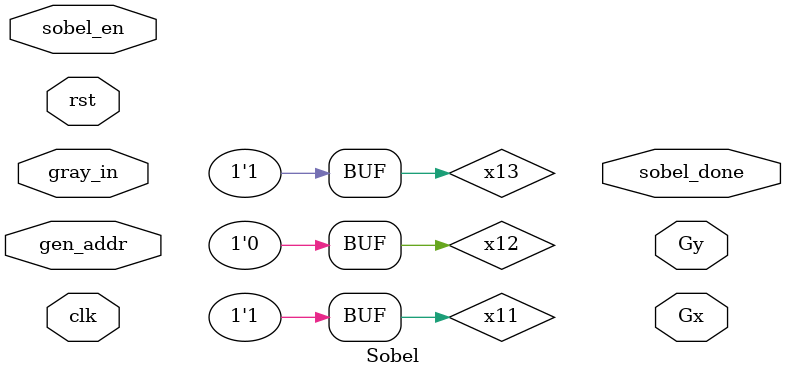
<source format=v>
module Sobel(clk, rst, sobel_en, gray_in, gen_addr, Gx, Gy, sobel_done);
//convolution kernel for applying sobel
// we need 9 adjacent values -> output 1 pixel value
input clk, rst, sobel_en;

input [3:0] gray_in; //all the values of the ram share the same luminance Y value
input [9:0] gen_addr; //address at which the kernel is to begin processing and writing to
output [3:0] Gx;
output [3:0] Gy;
output sobel_done;
//our horizontal kernel
reg signed x11 = 1;
reg signed x12 = 0;
reg signed x13 = -1;
//
//our vertical kernel

//





///if at boundary, use 0 padding

//for each pixel at addr_gen, computer horizontal and vertical outputs


//for each output, clamp outputs to 0 if < 0 , saturate to 255 if > 255

// if at end, assert sobel_done high
endmodule

</source>
